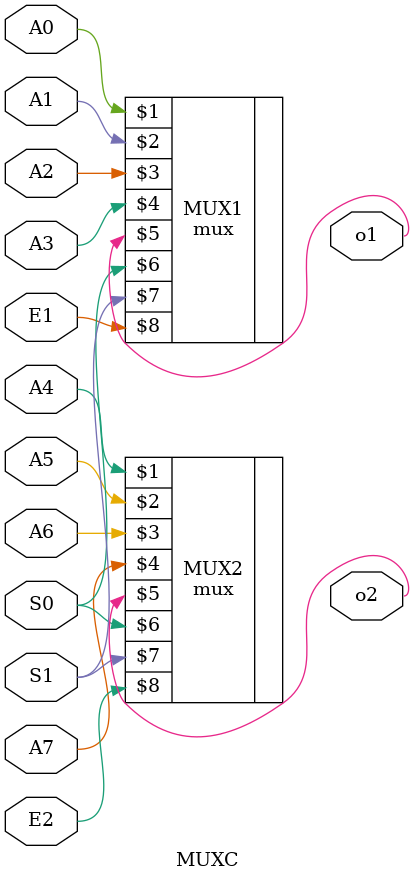
<source format=v>
`timescale 1ns / 1ps


module MUXC(A0, A1, A2, A3, o1, A4, A5, A6, A7, o2, S0, S1, E1, E2);

	input A0, A1, A2, A3, A4, A5, A6, A7, S0, S1, E1, E2;	//s1 is MsB and s0 is LSB , enable E1 and E2 are active LOW
	output o1, o2;
	
	mux MUX1(A0, A1, A2, A3, o1, S0, S1, E1);
	mux MUX2(A4, A5, A6, A7, o2, S0, S1, E2);
	
endmodule

</source>
